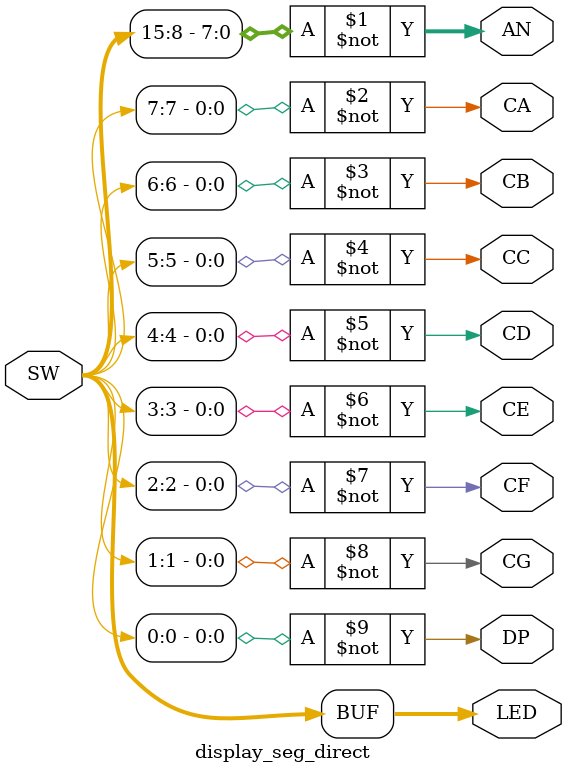
<source format=v>
`timescale 1ns / 1ps


module display_seg_direct(
    SW,CA,CB,CC,CD,CE,CF,CG,DP,AN,LED
    );
    input [15:0] SW;                      //16Î»²¦¶¯¿ª¹Ø
    output CA,CB,CC,CD,CE,CF,CG,DP;      //7¶ÎÊýÂë¹ÜÇý¶¯£¬µÍµçÆ½ÓÐÐ§
    output [7:0] AN;                     //7¶ÎÊýÂë¹ÜÆ¬Ñ¡ÐÅºÅ£¬µÍµçÆ½ÓÐÐ§
    output [15:0] LED;                   //16Î»LEDÏÔÊ¾£¬¸ßµçÆ½ÓÐÐ§
   
    
    assign LED=SW[15:0];
    assign AN=~SW[15:8];
    assign CA=~SW[7:7];
    assign CB=~SW[6:6];
    assign CC=~SW[5:5];
    assign CD=~SW[4:4];
    assign CE=~SW[3:3];
    assign CF=~SW[2:2];
    assign CG=~SW[1:1];
    assign DP=~SW[0:0];
endmodule

</source>
